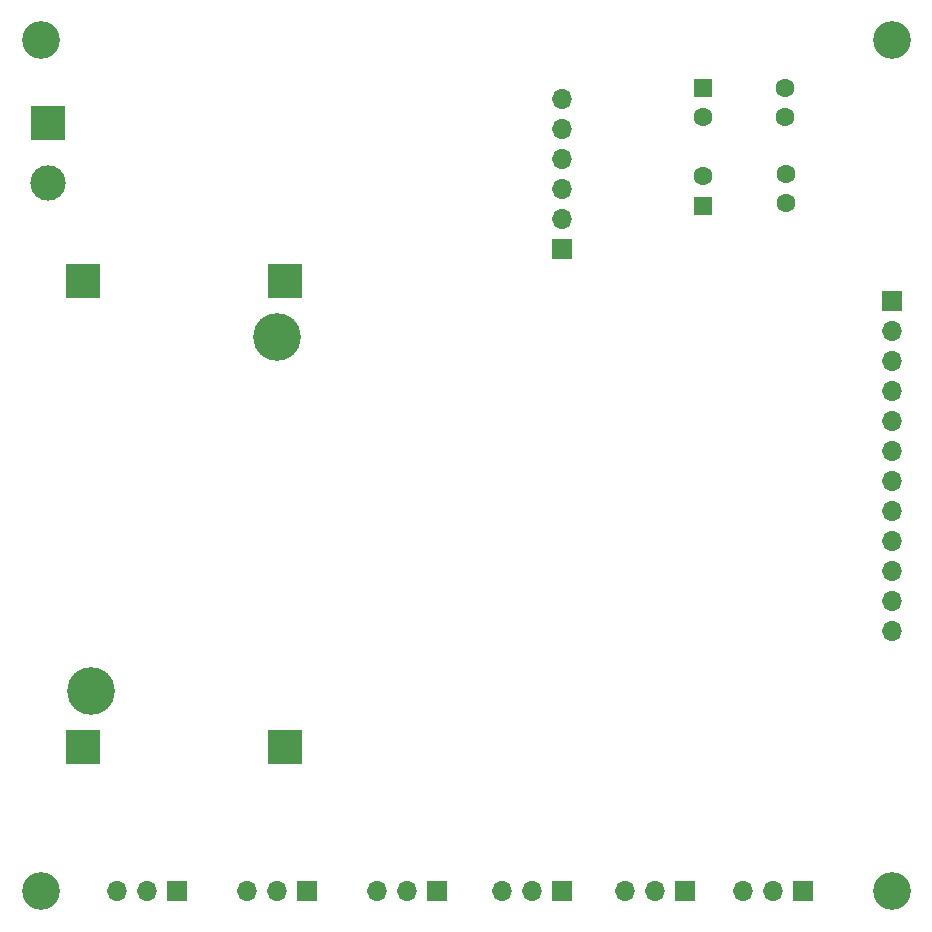
<source format=gts>
G04 #@! TF.GenerationSoftware,KiCad,Pcbnew,8.0.4*
G04 #@! TF.CreationDate,2025-02-04T16:43:17-05:00*
G04 #@! TF.ProjectId,potencia_cubesat,706f7465-6e63-4696-915f-637562657361,rev?*
G04 #@! TF.SameCoordinates,Original*
G04 #@! TF.FileFunction,Soldermask,Top*
G04 #@! TF.FilePolarity,Negative*
%FSLAX46Y46*%
G04 Gerber Fmt 4.6, Leading zero omitted, Abs format (unit mm)*
G04 Created by KiCad (PCBNEW 8.0.4) date 2025-02-04 16:43:17*
%MOMM*%
%LPD*%
G01*
G04 APERTURE LIST*
%ADD10C,3.200000*%
%ADD11R,1.700000X1.700000*%
%ADD12O,1.700000X1.700000*%
%ADD13C,4.048000*%
%ADD14R,3.000000X3.000000*%
%ADD15R,1.600000X1.600000*%
%ADD16C,1.600000*%
%ADD17C,3.000000*%
G04 APERTURE END LIST*
D10*
G04 #@! TO.C,H3*
X4500000Y4500000D03*
G04 #@! TD*
D11*
G04 #@! TO.C,J1*
X76500000Y54475000D03*
D12*
X76500000Y51935000D03*
X76500000Y49395000D03*
X76500000Y46855000D03*
X76500000Y44315000D03*
X76500000Y41775000D03*
X76500000Y39235000D03*
X76500000Y36695000D03*
X76500000Y34155000D03*
X76500000Y31615000D03*
X76500000Y29075000D03*
X76500000Y26535000D03*
G04 #@! TD*
D13*
G04 #@! TO.C,PS1*
X24469000Y51391000D03*
X8721000Y21419000D03*
D14*
X25167500Y56153500D03*
X8022500Y56153500D03*
X25167500Y16656500D03*
X8022500Y16656500D03*
G04 #@! TD*
D15*
G04 #@! TO.C,C3*
X60500000Y62500000D03*
D16*
X60500000Y65000000D03*
G04 #@! TD*
D11*
G04 #@! TO.C,J7*
X48580000Y4500000D03*
D12*
X46040000Y4500000D03*
X43500000Y4500000D03*
G04 #@! TD*
D16*
G04 #@! TO.C,C2*
X67500000Y70000000D03*
X67500000Y72500000D03*
G04 #@! TD*
D11*
G04 #@! TO.C,J6*
X38040000Y4500000D03*
D12*
X35500000Y4500000D03*
X32960000Y4500000D03*
G04 #@! TD*
D14*
G04 #@! TO.C,J3*
X5100000Y69540000D03*
D17*
X5100000Y64460000D03*
G04 #@! TD*
D10*
G04 #@! TO.C,H4*
X76500000Y4500000D03*
G04 #@! TD*
D16*
G04 #@! TO.C,C5*
X67548600Y62732400D03*
X67548600Y65232400D03*
G04 #@! TD*
D15*
G04 #@! TO.C,C4*
X60500000Y72500000D03*
D16*
X60500000Y70000000D03*
G04 #@! TD*
D11*
G04 #@! TO.C,J4*
X48600946Y58872667D03*
D12*
X48600946Y61412667D03*
X48600946Y63952667D03*
X48600946Y66492667D03*
X48600946Y69032667D03*
X48600946Y71572667D03*
G04 #@! TD*
D10*
G04 #@! TO.C,H1*
X4500000Y76500000D03*
G04 #@! TD*
D11*
G04 #@! TO.C,J2*
X16040000Y4500000D03*
D12*
X13500000Y4500000D03*
X10960000Y4500000D03*
G04 #@! TD*
D10*
G04 #@! TO.C,H2*
X76500000Y76500000D03*
G04 #@! TD*
D11*
G04 #@! TO.C,J5*
X27040000Y4500000D03*
D12*
X24500000Y4500000D03*
X21960000Y4500000D03*
G04 #@! TD*
D11*
G04 #@! TO.C,J9*
X69040000Y4500000D03*
D12*
X66500000Y4500000D03*
X63960000Y4500000D03*
G04 #@! TD*
D11*
G04 #@! TO.C,J8*
X59040000Y4500000D03*
D12*
X56500000Y4500000D03*
X53960000Y4500000D03*
G04 #@! TD*
M02*

</source>
